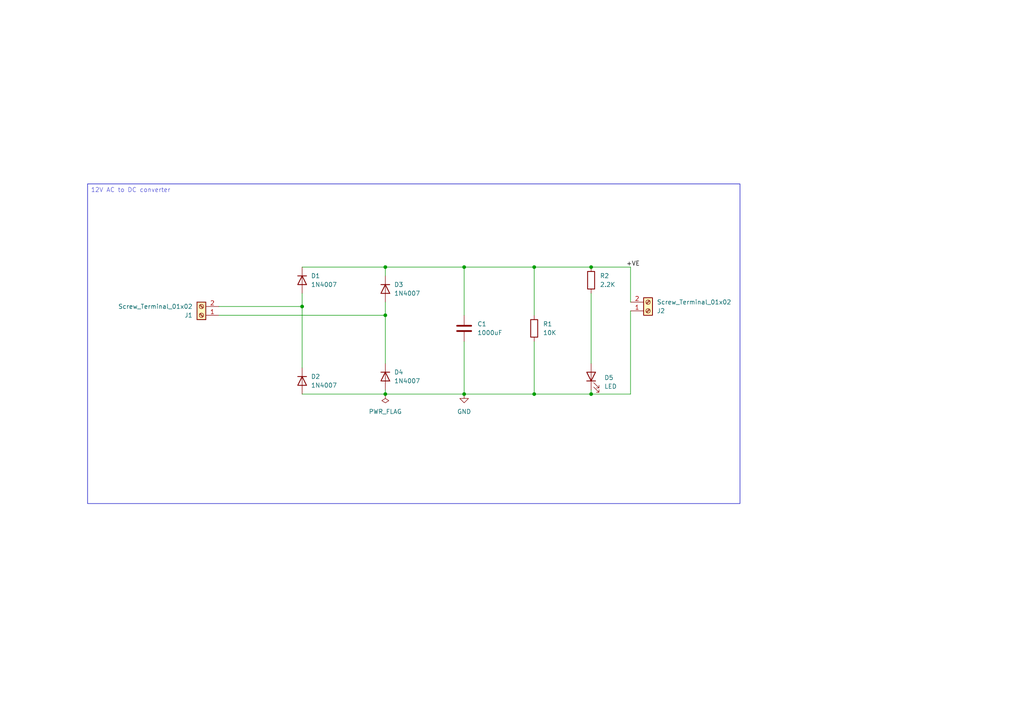
<source format=kicad_sch>
(kicad_sch (version 20250114) (generator "eeschema") (generator_version "9.0")
  (paper "A4")
  (title_block (title "AC to DC converter") (date "2025-08-16") (company "AISH"))
  (lib_symbols
    (symbol "Connector:Screw_Terminal_01x02" (pin_names (offset 1.016) (hide yes))
      (property "Reference" "J" (at 0 2.54 0))
      (property "Value" "Screw_Terminal_01x02" (at 0 -5.08 0))
      (symbol "Screw_Terminal_01x02_1_1"
        (rectangle (start -1.27 1.27) (end 1.27 -3.81) (stroke (width 0.254)) (fill (type background)))
        (polyline (pts (xy -0.5334 0.3302) (xy 0.3302 -0.508)) (stroke (width 0.1524)))
        (polyline (pts (xy -0.5334 -2.2098) (xy 0.3302 -3.048)) (stroke (width 0.1524)))
        (polyline (pts (xy -0.3556 0.508) (xy 0.508 -0.3302)) (stroke (width 0.1524)))
        (polyline (pts (xy -0.3556 -2.032) (xy 0.508 -2.8702)) (stroke (width 0.1524)))
        (circle (center 0 0) (radius 0.635) (stroke (width 0.1524)))
        (circle (center 0 -2.54) (radius 0.635) (stroke (width 0.1524)))
        (pin passive line (at -5.08 0 0) (length 3.81) (name "Pin_1") (number "1"))
        (pin passive line (at -5.08 -2.54 0) (length 3.81) (name "Pin_2") (number "2"))
      )
    )
    (symbol "Device:C" (pin_numbers (hide yes)) (pin_names (offset 0.254))
      (property "Reference" "C" (at 0.635 2.54 0))
      (property "Value" "C" (at 0.635 -2.54 0))
      (symbol "C_0_1"
        (polyline (pts (xy -2.032 0.762) (xy 2.032 0.762)) (stroke (width 0.508)))
        (polyline (pts (xy -2.032 -0.762) (xy 2.032 -0.762)) (stroke (width 0.508)))
      )
      (symbol "C_1_1"
        (pin passive line (at 0 3.81 270) (length 2.794) (name "~") (number "1"))
        (pin passive line (at 0 -3.81 90) (length 2.794) (name "~") (number "2"))
      )
    )
    (symbol "Device:LED" (pin_numbers (hide yes)) (pin_names (offset 1.016) (hide yes))
      (property "Reference" "D" (at 0 2.54 0))
      (property "Value" "LED" (at 0 -2.54 0))
      (symbol "LED_0_1"
        (polyline (pts (xy -3.048 -0.762) (xy -4.572 -2.286) (xy -3.81 -2.286) (xy -4.572 -2.286) (xy -4.572 -1.524)))
        (polyline (pts (xy -1.778 -0.762) (xy -3.302 -2.286) (xy -2.54 -2.286) (xy -3.302 -2.286) (xy -3.302 -1.524)))
        (polyline (pts (xy -1.27 0) (xy 1.27 0)))
        (polyline (pts (xy -1.27 -1.27) (xy -1.27 1.27)) (stroke (width 0.254)))
        (polyline (pts (xy 1.27 -1.27) (xy 1.27 1.27) (xy -1.27 0) (xy 1.27 -1.27)) (stroke (width 0.254)))
      )
      (symbol "LED_1_1"
        (pin passive line (at -3.81 0 0) (length 2.54) (name "K") (number "1"))
        (pin passive line (at 3.81 0 180) (length 2.54) (name "A") (number "2"))
      )
    )
    (symbol "Device:R" (pin_numbers (hide yes)) (pin_names (offset 0))
      (property "Reference" "R" (at 2.032 0 90))
      (property "Value" "R" (at 0 0 90))
      (symbol "R_0_1"
        (rectangle (start -1.016 -2.54) (end 1.016 2.54) (stroke (width 0.254)))
      )
      (symbol "R_1_1"
        (pin passive line (at 0 3.81 270) (length 1.27) (name "~") (number "1"))
        (pin passive line (at 0 -3.81 90) (length 1.27) (name "~") (number "2"))
      )
    )
    (symbol "Diode:1N4007" (pin_numbers (hide yes)) (pin_names (hide yes))
      (property "Reference" "D" (at 0 2.54 0))
      (property "Value" "1N4007" (at 0 -2.54 0))
      (symbol "1N4007_0_1"
        (polyline (pts (xy -1.27 1.27) (xy -1.27 -1.27)) (stroke (width 0.254)))
        (polyline (pts (xy 1.27 1.27) (xy 1.27 -1.27) (xy -1.27 0) (xy 1.27 1.27)) (stroke (width 0.254)))
        (polyline (pts (xy 1.27 0) (xy -1.27 0)))
      )
      (symbol "1N4007_1_1"
        (pin passive line (at -3.81 0 0) (length 2.54) (name "K") (number "1"))
        (pin passive line (at 3.81 0 180) (length 2.54) (name "A") (number "2"))
      )
    )
    (symbol "power:GND" (power) (pin_numbers (hide yes)) (pin_names (offset 0) (hide yes))
      (property "Value" "GND" (at 0 -3.81 0))
      (symbol "GND_0_1"
        (polyline (pts (xy 0 0) (xy 0 -1.27) (xy 1.27 -1.27) (xy 0 -2.54) (xy -1.27 -1.27) (xy 0 -1.27)))
      )
      (symbol "GND_1_1"
        (pin power_in line (at 0 0 270) (length 0) (name "~") (number "1"))
      )
    )
    (symbol "power:PWR_FLAG" (power) (pin_numbers (hide yes)) (pin_names (offset 0) (hide yes))
      (property "Value" "PWR_FLAG" (at 0 3.81 0))
      (symbol "PWR_FLAG_0_0"
        (pin power_out line (at 0 0 90) (length 0) (name "~") (number "1"))
      )
      (symbol "PWR_FLAG_0_1"
        (polyline (pts (xy 0 0) (xy 0 1.27) (xy -1.016 1.905) (xy 0 2.54) (xy 1.016 1.905) (xy 0 1.27)))
      )
    )
  )
  (text_box "12V AC to DC converter" (at 25.4 53.34 0) (size 189.23 92.71) (margins 0.9525 0.9525 0.9525 0.9525) (effects (font (size 1.27 1.27) (thickness 0.0152) (bold yes)) (justify left top)))
  (junction (at 111.76 77.47))
  (junction (at 154.94 77.47))
  (junction (at 111.76 91.44))
  (junction (at 134.62 114.3))
  (junction (at 171.45 114.3))
  (junction (at 87.63 88.9))
  (junction (at 111.76 114.3))
  (junction (at 171.45 77.47))
  (junction (at 134.62 77.47))
  (junction (at 154.94 114.3))
  (wire (pts (xy 182.88 90.17) (xy 182.88 114.3)))
  (wire (pts (xy 63.5 91.44) (xy 111.76 91.44)))
  (wire (pts (xy 182.88 77.47) (xy 182.88 87.63)))
  (wire (pts (xy 134.62 99.06) (xy 134.62 114.3)))
  (wire (pts (xy 154.94 77.47) (xy 154.94 91.44)))
  (wire (pts (xy 171.45 77.47) (xy 182.88 77.47)))
  (wire (pts (xy 87.63 77.47) (xy 111.76 77.47)))
  (wire (pts (xy 154.94 99.06) (xy 154.94 114.3)))
  (wire (pts (xy 171.45 114.3) (xy 182.88 114.3)))
  (wire (pts (xy 154.94 77.47) (xy 171.45 77.47)))
  (wire (pts (xy 111.76 77.47) (xy 134.62 77.47)))
  (wire (pts (xy 171.45 113.03) (xy 171.45 114.3)))
  (wire (pts (xy 87.63 88.9) (xy 87.63 106.68)))
  (wire (pts (xy 87.63 114.3) (xy 111.76 114.3)))
  (wire (pts (xy 134.62 91.44) (xy 134.62 77.47)))
  (wire (pts (xy 63.5 88.9) (xy 87.63 88.9)))
  (wire (pts (xy 87.63 85.09) (xy 87.63 88.9)))
  (wire (pts (xy 111.76 87.63) (xy 111.76 91.44)))
  (wire (pts (xy 111.76 91.44) (xy 111.76 105.41)))
  (wire (pts (xy 134.62 77.47) (xy 154.94 77.47)))
  (wire (pts (xy 111.76 80.01) (xy 111.76 77.47)))
  (wire (pts (xy 154.94 114.3) (xy 171.45 114.3)))
  (wire (pts (xy 134.62 114.3) (xy 154.94 114.3)))
  (wire (pts (xy 171.45 85.09) (xy 171.45 105.41)))
  (wire (pts (xy 111.76 114.3) (xy 134.62 114.3)))
  (wire (pts (xy 111.76 114.3) (xy 111.76 113.03)))
  (label "+VE" (at 181.61 77.47 0))
  (symbol (lib_id "Diode:1N4007") (at 87.63 110.49 270) (unit 1)
    (property "Reference" "D2" (at 90.17 109.2199 90) (effects (justify left)))
    (property "Value" "1N4007" (at 90.17 111.7599 90) (effects (justify left)))
    (property "Footprint" "Diode_THT:D_DO-41_SOD81_P10.16mm_Horizontal" (effects (hide yes)))
    (property "Datasheet" "http://www.vishay.com/docs/88503/1n4001.pdf" (effects (hide yes)))
    (property "Description" "1000V 1A General Purpose Rectifier Diode, DO-41" (effects (hide yes)))
    (property "Sim.Device" "D" (effects (hide yes)))
    (property "Sim.Pins" "1=K 2=A" (effects (hide yes)))
  )
  (symbol (lib_id "Device:C") (at 134.62 95.25 0) (unit 1)
    (property "Reference" "C1" (at 138.43 93.9799 0) (effects (justify left)))
    (property "Value" "1000uF" (at 138.43 96.5199 0) (effects (justify left)))
    (property "Footprint" "Capacitor_THT:CP_Radial_D8.0mm_P3.50mm" (effects (hide yes)))
    (property "Description" "Unpolarized capacitor" (effects (hide yes)))
  )
  (symbol (lib_id "Device:R") (at 154.94 95.25 0) (unit 1)
    (property "Reference" "R1" (at 157.48 93.9799 0) (effects (justify left)))
    (property "Value" "10K" (at 157.48 96.5199 0) (effects (justify left)))
    (property "Footprint" "Resistor_THT:R_Axial_DIN0207_L6.3mm_D2.5mm_P7.62mm_Horizontal" (effects (hide yes)))
    (property "Description" "Resistor" (effects (hide yes)))
  )
  (symbol (lib_id "Diode:1N4007") (at 111.76 83.82 270) (unit 1)
    (property "Reference" "D3" (at 114.3 82.5499 90) (effects (justify left)))
    (property "Value" "1N4007" (at 114.3 85.0899 90) (effects (justify left)))
    (property "Footprint" "Diode_THT:D_DO-41_SOD81_P10.16mm_Horizontal" (effects (hide yes)))
    (property "Datasheet" "http://www.vishay.com/docs/88503/1n4001.pdf" (effects (hide yes)))
    (property "Description" "1000V 1A General Purpose Rectifier Diode, DO-41" (effects (hide yes)))
    (property "Sim.Device" "D" (effects (hide yes)))
    (property "Sim.Pins" "1=K 2=A" (effects (hide yes)))
  )
  (symbol (lib_id "power:GND") (at 134.62 114.3 0) (unit 1)
    (property "Reference" "#PWR01" (effects (hide yes)))
    (property "Value" "GND" (at 134.62 119.38 0))
    (property "Description" "Power symbol creates a global label with name \"GND\" , ground" (effects (hide yes)))
  )
  (symbol (lib_id "Connector:Screw_Terminal_01x02") (at 58.42 91.44 180) (unit 1)
    (property "Reference" "J1" (at 55.88 91.4401 0) (effects (justify left)))
    (property "Value" "Screw_Terminal_01x02" (at 55.88 88.9001 0) (effects (justify left)))
    (property "Footprint" "TerminalBlock:TerminalBlock_bornier-2_P5.08mm" (effects (hide yes)))
    (property "Description" "Generic screw terminal, single row, 01x02, script generated (kicad-library-utils/schlib/autogen/connector/)" (effects (hide yes)))
  )
  (symbol (lib_id "Diode:1N4007") (at 87.63 81.28 270) (unit 1)
    (property "Reference" "D1" (at 90.17 80.0099 90) (effects (justify left)))
    (property "Value" "1N4007" (at 90.17 82.5499 90) (effects (justify left)))
    (property "Footprint" "Diode_THT:D_DO-41_SOD81_P10.16mm_Horizontal" (effects (hide yes)))
    (property "Datasheet" "http://www.vishay.com/docs/88503/1n4001.pdf" (effects (hide yes)))
    (property "Description" "1000V 1A General Purpose Rectifier Diode, DO-41" (effects (hide yes)))
    (property "Sim.Device" "D" (effects (hide yes)))
    (property "Sim.Pins" "1=K 2=A" (effects (hide yes)))
  )
  (symbol (lib_id "Diode:1N4007") (at 111.76 109.22 270) (unit 1)
    (property "Reference" "D4" (at 114.3 107.9499 90) (effects (justify left)))
    (property "Value" "1N4007" (at 114.3 110.4899 90) (effects (justify left)))
    (property "Footprint" "Diode_THT:D_DO-41_SOD81_P10.16mm_Horizontal" (effects (hide yes)))
    (property "Datasheet" "http://www.vishay.com/docs/88503/1n4001.pdf" (effects (hide yes)))
    (property "Description" "1000V 1A General Purpose Rectifier Diode, DO-41" (effects (hide yes)))
    (property "Sim.Device" "D" (effects (hide yes)))
    (property "Sim.Pins" "1=K 2=A" (effects (hide yes)))
  )
  (symbol (lib_id "Device:LED") (at 171.45 109.22 90) (unit 1)
    (property "Reference" "D5" (at 175.26 109.5374 90) (effects (justify right)))
    (property "Value" "LED" (at 175.26 112.0774 90) (effects (justify right)))
    (property "Footprint" "LED_THT:LED_D5.0mm" (effects (hide yes)))
    (property "Description" "Light emitting diode" (effects (hide yes)))
    (property "Sim.Pins" "1=K 2=A" (effects (hide yes)))
  )
  (symbol (lib_id "power:PWR_FLAG") (at 111.76 114.3 180) (unit 1)
    (property "Reference" "#FLG01" (effects (hide yes)))
    (property "Value" "PWR_FLAG" (at 111.76 119.38 0))
    (property "Description" "Special symbol for telling ERC where power comes from" (effects (hide yes)))
  )
  (symbol (lib_id "Device:R") (at 171.45 81.28 0) (unit 1)
    (property "Reference" "R2" (at 173.99 80.0099 0) (effects (justify left)))
    (property "Value" "2.2K" (at 173.99 82.5499 0) (effects (justify left)))
    (property "Footprint" "Resistor_THT:R_Axial_DIN0207_L6.3mm_D2.5mm_P7.62mm_Horizontal" (effects (hide yes)))
    (property "Description" "Resistor" (effects (hide yes)))
  )
  (symbol (lib_id "Connector:Screw_Terminal_01x02") (at 187.96 90.17 0) (mirror x) (unit 1)
    (property "Reference" "J2" (at 190.5 90.1701 0) (effects (justify left)))
    (property "Value" "Screw_Terminal_01x02" (at 190.5 87.6301 0) (effects (justify left)))
    (property "Footprint" "TerminalBlock:TerminalBlock_bornier-2_P5.08mm" (effects (hide yes)))
    (property "Description" "Generic screw terminal, single row, 01x02, script generated (kicad-library-utils/schlib/autogen/connector/)" (effects (hide yes)))
  )
)
</source>
